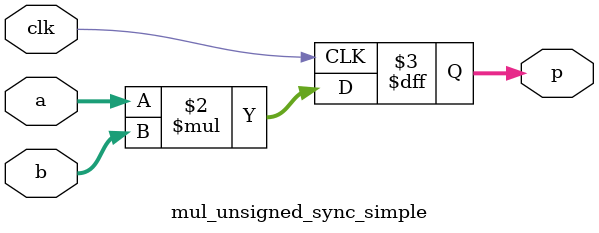
<source format=sv>
module mul_unsigned_sync_simple (clk, a, b, p);
    input wire clk;
    input wire [5:0] a;
    input wire [2:0] b;
    output reg [8:0] p;

    always @(posedge clk)
    begin
        p <= a * b;
    end
endmodule
</source>
